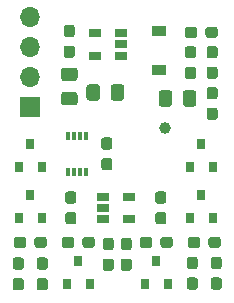
<source format=gts>
G04 #@! TF.GenerationSoftware,KiCad,Pcbnew,(5.1.10)-1*
G04 #@! TF.CreationDate,2021-08-02T23:12:01-04:00*
G04 #@! TF.ProjectId,entropy r3,656e7472-6f70-4792-9072-332e6b696361,rev?*
G04 #@! TF.SameCoordinates,Original*
G04 #@! TF.FileFunction,Soldermask,Top*
G04 #@! TF.FilePolarity,Negative*
%FSLAX46Y46*%
G04 Gerber Fmt 4.6, Leading zero omitted, Abs format (unit mm)*
G04 Created by KiCad (PCBNEW (5.1.10)-1) date 2021-08-02 23:12:01*
%MOMM*%
%LPD*%
G01*
G04 APERTURE LIST*
%ADD10C,1.000000*%
%ADD11R,1.200000X0.900000*%
%ADD12R,1.060000X0.650000*%
%ADD13R,0.300000X0.800000*%
%ADD14R,1.700000X1.700000*%
%ADD15O,1.700000X1.700000*%
%ADD16R,0.800000X0.900000*%
G04 APERTURE END LIST*
G36*
G01*
X149698000Y-64569999D02*
X149698000Y-65470001D01*
G75*
G02*
X149448001Y-65720000I-249999J0D01*
G01*
X148797999Y-65720000D01*
G75*
G02*
X148548000Y-65470001I0J249999D01*
G01*
X148548000Y-64569999D01*
G75*
G02*
X148797999Y-64320000I249999J0D01*
G01*
X149448001Y-64320000D01*
G75*
G02*
X149698000Y-64569999I0J-249999D01*
G01*
G37*
G36*
G01*
X147648000Y-64569999D02*
X147648000Y-65470001D01*
G75*
G02*
X147398001Y-65720000I-249999J0D01*
G01*
X146747999Y-65720000D01*
G75*
G02*
X146498000Y-65470001I0J249999D01*
G01*
X146498000Y-64569999D01*
G75*
G02*
X146747999Y-64320000I249999J0D01*
G01*
X147398001Y-64320000D01*
G75*
G02*
X147648000Y-64569999I0J-249999D01*
G01*
G37*
D10*
X147066000Y-67564000D03*
D11*
X146558000Y-62610000D03*
X146558000Y-59310000D03*
G36*
G01*
X146447500Y-72895000D02*
X146922500Y-72895000D01*
G75*
G02*
X147160000Y-73132500I0J-237500D01*
G01*
X147160000Y-73707500D01*
G75*
G02*
X146922500Y-73945000I-237500J0D01*
G01*
X146447500Y-73945000D01*
G75*
G02*
X146210000Y-73707500I0J237500D01*
G01*
X146210000Y-73132500D01*
G75*
G02*
X146447500Y-72895000I237500J0D01*
G01*
G37*
G36*
G01*
X146447500Y-74645000D02*
X146922500Y-74645000D01*
G75*
G02*
X147160000Y-74882500I0J-237500D01*
G01*
X147160000Y-75457500D01*
G75*
G02*
X146922500Y-75695000I-237500J0D01*
G01*
X146447500Y-75695000D01*
G75*
G02*
X146210000Y-75457500I0J237500D01*
G01*
X146210000Y-74882500D01*
G75*
G02*
X146447500Y-74645000I237500J0D01*
G01*
G37*
G36*
G01*
X134857500Y-81283000D02*
X134382500Y-81283000D01*
G75*
G02*
X134145000Y-81045500I0J237500D01*
G01*
X134145000Y-80470500D01*
G75*
G02*
X134382500Y-80233000I237500J0D01*
G01*
X134857500Y-80233000D01*
G75*
G02*
X135095000Y-80470500I0J-237500D01*
G01*
X135095000Y-81045500D01*
G75*
G02*
X134857500Y-81283000I-237500J0D01*
G01*
G37*
G36*
G01*
X134857500Y-79533000D02*
X134382500Y-79533000D01*
G75*
G02*
X134145000Y-79295500I0J237500D01*
G01*
X134145000Y-78720500D01*
G75*
G02*
X134382500Y-78483000I237500J0D01*
G01*
X134857500Y-78483000D01*
G75*
G02*
X135095000Y-78720500I0J-237500D01*
G01*
X135095000Y-79295500D01*
G75*
G02*
X134857500Y-79533000I-237500J0D01*
G01*
G37*
G36*
G01*
X141875500Y-70073000D02*
X142350500Y-70073000D01*
G75*
G02*
X142588000Y-70310500I0J-237500D01*
G01*
X142588000Y-70885500D01*
G75*
G02*
X142350500Y-71123000I-237500J0D01*
G01*
X141875500Y-71123000D01*
G75*
G02*
X141638000Y-70885500I0J237500D01*
G01*
X141638000Y-70310500D01*
G75*
G02*
X141875500Y-70073000I237500J0D01*
G01*
G37*
G36*
G01*
X141875500Y-68323000D02*
X142350500Y-68323000D01*
G75*
G02*
X142588000Y-68560500I0J-237500D01*
G01*
X142588000Y-69135500D01*
G75*
G02*
X142350500Y-69373000I-237500J0D01*
G01*
X141875500Y-69373000D01*
G75*
G02*
X141638000Y-69135500I0J237500D01*
G01*
X141638000Y-68560500D01*
G75*
G02*
X141875500Y-68323000I237500J0D01*
G01*
G37*
G36*
G01*
X138487999Y-64458000D02*
X139388001Y-64458000D01*
G75*
G02*
X139638000Y-64707999I0J-249999D01*
G01*
X139638000Y-65358001D01*
G75*
G02*
X139388001Y-65608000I-249999J0D01*
G01*
X138487999Y-65608000D01*
G75*
G02*
X138238000Y-65358001I0J249999D01*
G01*
X138238000Y-64707999D01*
G75*
G02*
X138487999Y-64458000I249999J0D01*
G01*
G37*
G36*
G01*
X138487999Y-62408000D02*
X139388001Y-62408000D01*
G75*
G02*
X139638000Y-62657999I0J-249999D01*
G01*
X139638000Y-63308001D01*
G75*
G02*
X139388001Y-63558000I-249999J0D01*
G01*
X138487999Y-63558000D01*
G75*
G02*
X138238000Y-63308001I0J249999D01*
G01*
X138238000Y-62657999D01*
G75*
G02*
X138487999Y-62408000I249999J0D01*
G01*
G37*
G36*
G01*
X151621500Y-79483000D02*
X151146500Y-79483000D01*
G75*
G02*
X150909000Y-79245500I0J237500D01*
G01*
X150909000Y-78670500D01*
G75*
G02*
X151146500Y-78433000I237500J0D01*
G01*
X151621500Y-78433000D01*
G75*
G02*
X151859000Y-78670500I0J-237500D01*
G01*
X151859000Y-79245500D01*
G75*
G02*
X151621500Y-79483000I-237500J0D01*
G01*
G37*
G36*
G01*
X151621500Y-81233000D02*
X151146500Y-81233000D01*
G75*
G02*
X150909000Y-80995500I0J237500D01*
G01*
X150909000Y-80420500D01*
G75*
G02*
X151146500Y-80183000I237500J0D01*
G01*
X151621500Y-80183000D01*
G75*
G02*
X151859000Y-80420500I0J-237500D01*
G01*
X151859000Y-80995500D01*
G75*
G02*
X151621500Y-81233000I-237500J0D01*
G01*
G37*
G36*
G01*
X151275500Y-63380000D02*
X150800500Y-63380000D01*
G75*
G02*
X150563000Y-63142500I0J237500D01*
G01*
X150563000Y-62567500D01*
G75*
G02*
X150800500Y-62330000I237500J0D01*
G01*
X151275500Y-62330000D01*
G75*
G02*
X151513000Y-62567500I0J-237500D01*
G01*
X151513000Y-63142500D01*
G75*
G02*
X151275500Y-63380000I-237500J0D01*
G01*
G37*
G36*
G01*
X151275500Y-61630000D02*
X150800500Y-61630000D01*
G75*
G02*
X150563000Y-61392500I0J237500D01*
G01*
X150563000Y-60817500D01*
G75*
G02*
X150800500Y-60580000I237500J0D01*
G01*
X151275500Y-60580000D01*
G75*
G02*
X151513000Y-60817500I0J-237500D01*
G01*
X151513000Y-61392500D01*
G75*
G02*
X151275500Y-61630000I-237500J0D01*
G01*
G37*
G36*
G01*
X140386000Y-64966001D02*
X140386000Y-64065999D01*
G75*
G02*
X140635999Y-63816000I249999J0D01*
G01*
X141286001Y-63816000D01*
G75*
G02*
X141536000Y-64065999I0J-249999D01*
G01*
X141536000Y-64966001D01*
G75*
G02*
X141286001Y-65216000I-249999J0D01*
G01*
X140635999Y-65216000D01*
G75*
G02*
X140386000Y-64966001I0J249999D01*
G01*
G37*
G36*
G01*
X142436000Y-64966001D02*
X142436000Y-64065999D01*
G75*
G02*
X142685999Y-63816000I249999J0D01*
G01*
X143336001Y-63816000D01*
G75*
G02*
X143586000Y-64065999I0J-249999D01*
G01*
X143586000Y-64966001D01*
G75*
G02*
X143336001Y-65216000I-249999J0D01*
G01*
X142685999Y-65216000D01*
G75*
G02*
X142436000Y-64966001I0J249999D01*
G01*
G37*
G36*
G01*
X135286000Y-76978500D02*
X135286000Y-77453500D01*
G75*
G02*
X135048500Y-77691000I-237500J0D01*
G01*
X134473500Y-77691000D01*
G75*
G02*
X134236000Y-77453500I0J237500D01*
G01*
X134236000Y-76978500D01*
G75*
G02*
X134473500Y-76741000I237500J0D01*
G01*
X135048500Y-76741000D01*
G75*
G02*
X135286000Y-76978500I0J-237500D01*
G01*
G37*
G36*
G01*
X137036000Y-76978500D02*
X137036000Y-77453500D01*
G75*
G02*
X136798500Y-77691000I-237500J0D01*
G01*
X136223500Y-77691000D01*
G75*
G02*
X135986000Y-77453500I0J237500D01*
G01*
X135986000Y-76978500D01*
G75*
G02*
X136223500Y-76741000I237500J0D01*
G01*
X136798500Y-76741000D01*
G75*
G02*
X137036000Y-76978500I0J-237500D01*
G01*
G37*
G36*
G01*
X136414500Y-78483000D02*
X136889500Y-78483000D01*
G75*
G02*
X137127000Y-78720500I0J-237500D01*
G01*
X137127000Y-79295500D01*
G75*
G02*
X136889500Y-79533000I-237500J0D01*
G01*
X136414500Y-79533000D01*
G75*
G02*
X136177000Y-79295500I0J237500D01*
G01*
X136177000Y-78720500D01*
G75*
G02*
X136414500Y-78483000I237500J0D01*
G01*
G37*
G36*
G01*
X136414500Y-80233000D02*
X136889500Y-80233000D01*
G75*
G02*
X137127000Y-80470500I0J-237500D01*
G01*
X137127000Y-81045500D01*
G75*
G02*
X136889500Y-81283000I-237500J0D01*
G01*
X136414500Y-81283000D01*
G75*
G02*
X136177000Y-81045500I0J237500D01*
G01*
X136177000Y-80470500D01*
G75*
G02*
X136414500Y-80233000I237500J0D01*
G01*
G37*
G36*
G01*
X138827500Y-72895000D02*
X139302500Y-72895000D01*
G75*
G02*
X139540000Y-73132500I0J-237500D01*
G01*
X139540000Y-73707500D01*
G75*
G02*
X139302500Y-73945000I-237500J0D01*
G01*
X138827500Y-73945000D01*
G75*
G02*
X138590000Y-73707500I0J237500D01*
G01*
X138590000Y-73132500D01*
G75*
G02*
X138827500Y-72895000I237500J0D01*
G01*
G37*
G36*
G01*
X138827500Y-74645000D02*
X139302500Y-74645000D01*
G75*
G02*
X139540000Y-74882500I0J-237500D01*
G01*
X139540000Y-75457500D01*
G75*
G02*
X139302500Y-75695000I-237500J0D01*
G01*
X138827500Y-75695000D01*
G75*
G02*
X138590000Y-75457500I0J237500D01*
G01*
X138590000Y-74882500D01*
G75*
G02*
X138827500Y-74645000I237500J0D01*
G01*
G37*
G36*
G01*
X140050000Y-77453500D02*
X140050000Y-76978500D01*
G75*
G02*
X140287500Y-76741000I237500J0D01*
G01*
X140862500Y-76741000D01*
G75*
G02*
X141100000Y-76978500I0J-237500D01*
G01*
X141100000Y-77453500D01*
G75*
G02*
X140862500Y-77691000I-237500J0D01*
G01*
X140287500Y-77691000D01*
G75*
G02*
X140050000Y-77453500I0J237500D01*
G01*
G37*
G36*
G01*
X138300000Y-77453500D02*
X138300000Y-76978500D01*
G75*
G02*
X138537500Y-76741000I237500J0D01*
G01*
X139112500Y-76741000D01*
G75*
G02*
X139350000Y-76978500I0J-237500D01*
G01*
X139350000Y-77453500D01*
G75*
G02*
X139112500Y-77691000I-237500J0D01*
G01*
X138537500Y-77691000D01*
G75*
G02*
X138300000Y-77453500I0J237500D01*
G01*
G37*
G36*
G01*
X142002500Y-76832000D02*
X142477500Y-76832000D01*
G75*
G02*
X142715000Y-77069500I0J-237500D01*
G01*
X142715000Y-77644500D01*
G75*
G02*
X142477500Y-77882000I-237500J0D01*
G01*
X142002500Y-77882000D01*
G75*
G02*
X141765000Y-77644500I0J237500D01*
G01*
X141765000Y-77069500D01*
G75*
G02*
X142002500Y-76832000I237500J0D01*
G01*
G37*
G36*
G01*
X142002500Y-78582000D02*
X142477500Y-78582000D01*
G75*
G02*
X142715000Y-78819500I0J-237500D01*
G01*
X142715000Y-79394500D01*
G75*
G02*
X142477500Y-79632000I-237500J0D01*
G01*
X142002500Y-79632000D01*
G75*
G02*
X141765000Y-79394500I0J237500D01*
G01*
X141765000Y-78819500D01*
G75*
G02*
X142002500Y-78582000I237500J0D01*
G01*
G37*
G36*
G01*
X150718000Y-77453500D02*
X150718000Y-76978500D01*
G75*
G02*
X150955500Y-76741000I237500J0D01*
G01*
X151530500Y-76741000D01*
G75*
G02*
X151768000Y-76978500I0J-237500D01*
G01*
X151768000Y-77453500D01*
G75*
G02*
X151530500Y-77691000I-237500J0D01*
G01*
X150955500Y-77691000D01*
G75*
G02*
X150718000Y-77453500I0J237500D01*
G01*
G37*
G36*
G01*
X148968000Y-77453500D02*
X148968000Y-76978500D01*
G75*
G02*
X149205500Y-76741000I237500J0D01*
G01*
X149780500Y-76741000D01*
G75*
G02*
X150018000Y-76978500I0J-237500D01*
G01*
X150018000Y-77453500D01*
G75*
G02*
X149780500Y-77691000I-237500J0D01*
G01*
X149205500Y-77691000D01*
G75*
G02*
X148968000Y-77453500I0J237500D01*
G01*
G37*
G36*
G01*
X149114500Y-80183000D02*
X149589500Y-80183000D01*
G75*
G02*
X149827000Y-80420500I0J-237500D01*
G01*
X149827000Y-80995500D01*
G75*
G02*
X149589500Y-81233000I-237500J0D01*
G01*
X149114500Y-81233000D01*
G75*
G02*
X148877000Y-80995500I0J237500D01*
G01*
X148877000Y-80420500D01*
G75*
G02*
X149114500Y-80183000I237500J0D01*
G01*
G37*
G36*
G01*
X149114500Y-78433000D02*
X149589500Y-78433000D01*
G75*
G02*
X149827000Y-78670500I0J-237500D01*
G01*
X149827000Y-79245500D01*
G75*
G02*
X149589500Y-79483000I-237500J0D01*
G01*
X149114500Y-79483000D01*
G75*
G02*
X148877000Y-79245500I0J237500D01*
G01*
X148877000Y-78670500D01*
G75*
G02*
X149114500Y-78433000I237500J0D01*
G01*
G37*
G36*
G01*
X149435500Y-61640000D02*
X148960500Y-61640000D01*
G75*
G02*
X148723000Y-61402500I0J237500D01*
G01*
X148723000Y-60827500D01*
G75*
G02*
X148960500Y-60590000I237500J0D01*
G01*
X149435500Y-60590000D01*
G75*
G02*
X149673000Y-60827500I0J-237500D01*
G01*
X149673000Y-61402500D01*
G75*
G02*
X149435500Y-61640000I-237500J0D01*
G01*
G37*
G36*
G01*
X149435500Y-63390000D02*
X148960500Y-63390000D01*
G75*
G02*
X148723000Y-63152500I0J237500D01*
G01*
X148723000Y-62577500D01*
G75*
G02*
X148960500Y-62340000I237500J0D01*
G01*
X149435500Y-62340000D01*
G75*
G02*
X149673000Y-62577500I0J-237500D01*
G01*
X149673000Y-63152500D01*
G75*
G02*
X149435500Y-63390000I-237500J0D01*
G01*
G37*
G36*
G01*
X148714000Y-59673500D02*
X148714000Y-59198500D01*
G75*
G02*
X148951500Y-58961000I237500J0D01*
G01*
X149526500Y-58961000D01*
G75*
G02*
X149764000Y-59198500I0J-237500D01*
G01*
X149764000Y-59673500D01*
G75*
G02*
X149526500Y-59911000I-237500J0D01*
G01*
X148951500Y-59911000D01*
G75*
G02*
X148714000Y-59673500I0J237500D01*
G01*
G37*
G36*
G01*
X150464000Y-59673500D02*
X150464000Y-59198500D01*
G75*
G02*
X150701500Y-58961000I237500J0D01*
G01*
X151276500Y-58961000D01*
G75*
G02*
X151514000Y-59198500I0J-237500D01*
G01*
X151514000Y-59673500D01*
G75*
G02*
X151276500Y-59911000I-237500J0D01*
G01*
X150701500Y-59911000D01*
G75*
G02*
X150464000Y-59673500I0J237500D01*
G01*
G37*
G36*
G01*
X151275500Y-66850000D02*
X150800500Y-66850000D01*
G75*
G02*
X150563000Y-66612500I0J237500D01*
G01*
X150563000Y-66037500D01*
G75*
G02*
X150800500Y-65800000I237500J0D01*
G01*
X151275500Y-65800000D01*
G75*
G02*
X151513000Y-66037500I0J-237500D01*
G01*
X151513000Y-66612500D01*
G75*
G02*
X151275500Y-66850000I-237500J0D01*
G01*
G37*
G36*
G01*
X151275500Y-65100000D02*
X150800500Y-65100000D01*
G75*
G02*
X150563000Y-64862500I0J237500D01*
G01*
X150563000Y-64287500D01*
G75*
G02*
X150800500Y-64050000I237500J0D01*
G01*
X151275500Y-64050000D01*
G75*
G02*
X151513000Y-64287500I0J-237500D01*
G01*
X151513000Y-64862500D01*
G75*
G02*
X151275500Y-65100000I-237500J0D01*
G01*
G37*
G36*
G01*
X147704000Y-76978500D02*
X147704000Y-77453500D01*
G75*
G02*
X147466500Y-77691000I-237500J0D01*
G01*
X146891500Y-77691000D01*
G75*
G02*
X146654000Y-77453500I0J237500D01*
G01*
X146654000Y-76978500D01*
G75*
G02*
X146891500Y-76741000I237500J0D01*
G01*
X147466500Y-76741000D01*
G75*
G02*
X147704000Y-76978500I0J-237500D01*
G01*
G37*
G36*
G01*
X145954000Y-76978500D02*
X145954000Y-77453500D01*
G75*
G02*
X145716500Y-77691000I-237500J0D01*
G01*
X145141500Y-77691000D01*
G75*
G02*
X144904000Y-77453500I0J237500D01*
G01*
X144904000Y-76978500D01*
G75*
G02*
X145141500Y-76741000I237500J0D01*
G01*
X145716500Y-76741000D01*
G75*
G02*
X145954000Y-76978500I0J-237500D01*
G01*
G37*
G36*
G01*
X143526500Y-78582000D02*
X144001500Y-78582000D01*
G75*
G02*
X144239000Y-78819500I0J-237500D01*
G01*
X144239000Y-79394500D01*
G75*
G02*
X144001500Y-79632000I-237500J0D01*
G01*
X143526500Y-79632000D01*
G75*
G02*
X143289000Y-79394500I0J237500D01*
G01*
X143289000Y-78819500D01*
G75*
G02*
X143526500Y-78582000I237500J0D01*
G01*
G37*
G36*
G01*
X143526500Y-76832000D02*
X144001500Y-76832000D01*
G75*
G02*
X144239000Y-77069500I0J-237500D01*
G01*
X144239000Y-77644500D01*
G75*
G02*
X144001500Y-77882000I-237500J0D01*
G01*
X143526500Y-77882000D01*
G75*
G02*
X143289000Y-77644500I0J237500D01*
G01*
X143289000Y-77069500D01*
G75*
G02*
X143526500Y-76832000I237500J0D01*
G01*
G37*
D12*
X141775000Y-73345000D03*
X141775000Y-74295000D03*
X141775000Y-75245000D03*
X143975000Y-75245000D03*
X143975000Y-73345000D03*
D13*
X138823000Y-71273000D03*
X139323000Y-71273000D03*
X139823000Y-71273000D03*
X140323000Y-71273000D03*
X140323000Y-68173000D03*
X139823000Y-68173000D03*
X139323000Y-68173000D03*
X138823000Y-68173000D03*
D12*
X141140000Y-61402000D03*
X141140000Y-59502000D03*
X143340000Y-59502000D03*
X143340000Y-60452000D03*
X143340000Y-61402000D03*
D14*
X135636000Y-65786000D03*
D15*
X135636000Y-63246000D03*
X135636000Y-60706000D03*
X135636000Y-58166000D03*
D16*
X135636000Y-68850000D03*
X136586000Y-70850000D03*
X134686000Y-70850000D03*
X134686000Y-75168000D03*
X136586000Y-75168000D03*
X135636000Y-73168000D03*
X138750000Y-80756000D03*
X140650000Y-80756000D03*
X139700000Y-78756000D03*
X150114000Y-68850000D03*
X151064000Y-70850000D03*
X149164000Y-70850000D03*
X149164000Y-75168000D03*
X151064000Y-75168000D03*
X150114000Y-73168000D03*
X146304000Y-78756000D03*
X147254000Y-80756000D03*
X145354000Y-80756000D03*
G36*
G01*
X139175500Y-61598000D02*
X138700500Y-61598000D01*
G75*
G02*
X138463000Y-61360500I0J237500D01*
G01*
X138463000Y-60785500D01*
G75*
G02*
X138700500Y-60548000I237500J0D01*
G01*
X139175500Y-60548000D01*
G75*
G02*
X139413000Y-60785500I0J-237500D01*
G01*
X139413000Y-61360500D01*
G75*
G02*
X139175500Y-61598000I-237500J0D01*
G01*
G37*
G36*
G01*
X139175500Y-59848000D02*
X138700500Y-59848000D01*
G75*
G02*
X138463000Y-59610500I0J237500D01*
G01*
X138463000Y-59035500D01*
G75*
G02*
X138700500Y-58798000I237500J0D01*
G01*
X139175500Y-58798000D01*
G75*
G02*
X139413000Y-59035500I0J-237500D01*
G01*
X139413000Y-59610500D01*
G75*
G02*
X139175500Y-59848000I-237500J0D01*
G01*
G37*
M02*

</source>
